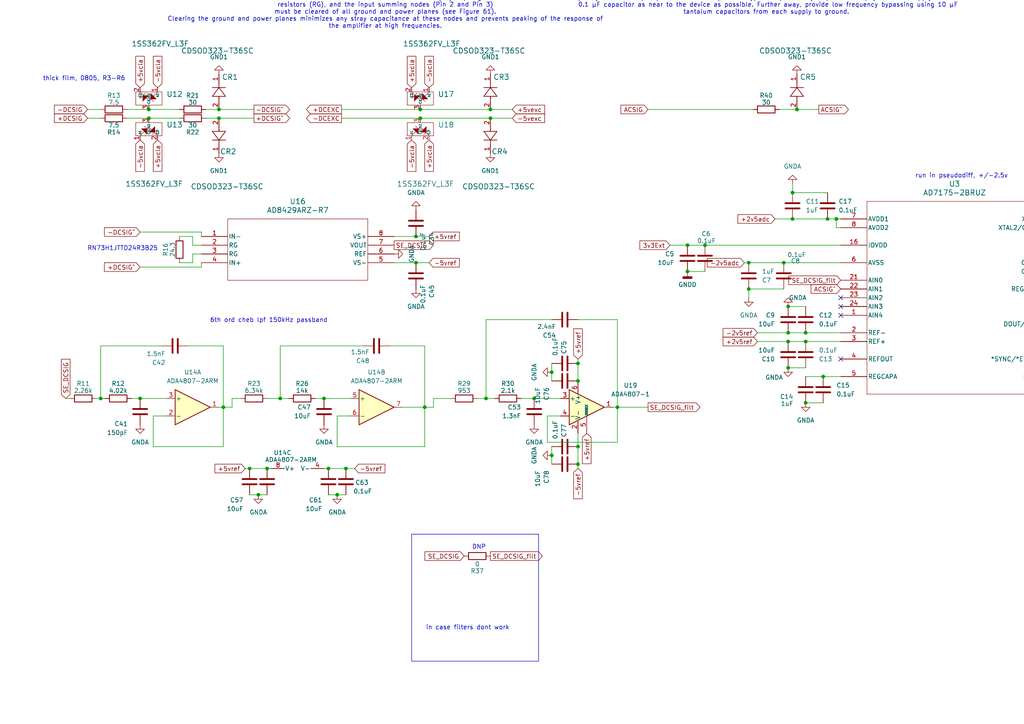
<source format=kicad_sch>
(kicad_sch (version 20231120) (generator "eeschema") (generator_version "8.0")
  (paper "A4")
  (lib_symbols
    (symbol "1SS362FV_L3F_1" (pin_names (offset 0.254))
      (property "Reference" "U" (at 5.08 22.86 0))
      (property "Value" "1SS362FV_L3F" (at 5.08 20.32 0))
      (symbol "1SS362FV_L3F_1_0_1"
        (polyline (pts (xy -3.81 -1.27) (xy 3.81 -1.27)) (stroke (width 0.127)))
        (polyline (pts (xy -3.81 2.54) (xy -3.81 -1.27)) (stroke (width 0.127)))
        (polyline (pts (xy -2.54 -1.27) (xy 0 1.27)) (stroke (width 0.127)))
        (polyline (pts (xy -2.1203 0.75) (xy -0.5963 -0.774)) (stroke (width 0.127)))
        (polyline (pts (xy -1.3583 1.512) (xy 0.1657 -0.012)) (stroke (width 0.127)))
        (polyline (pts (xy -0.5963 0.75) (xy -2.1203 0.75)) (stroke (width 0.127)))
        (polyline (pts (xy -0.5963 0.75) (xy -0.5963 -0.774)) (stroke (width 0.127)))
        (polyline (pts (xy 0 1.27) (xy 2.54 -1.27)) (stroke (width 0.127)))
        (polyline (pts (xy 0.1858 -0.1895) (xy 1.7098 1.3345)) (stroke (width 0.127)))
        (polyline (pts (xy 0.9478 -0.9515) (xy 2.4718 0.5725)) (stroke (width 0.127)))
        (polyline (pts (xy 1.7098 -0.1895) (xy 0.1858 -0.1895)) (stroke (width 0.127)))
        (polyline (pts (xy 1.7098 -0.1895) (xy 1.7098 1.3345)) (stroke (width 0.127)))
        (polyline (pts (xy 3.81 -1.27) (xy 3.81 2.54)) (stroke (width 0.127)))
        (polyline (pts (xy 3.81 2.54) (xy -3.81 2.54)) (stroke (width 0.127)))
        (polyline (pts (xy -2.1203 0.75) (xy -0.5963 0.75) (xy -0.5963 -0.774)) (fill (type outline)))
        (polyline (pts (xy 1.7098 1.3345) (xy 1.7098 -0.1895) (xy 0.1858 -0.1895)) (fill (type outline)))
      )
      (symbol "1SS362FV_L3F_1_1_1"
        (pin unspecified line (at -2.54 -2.54 90) (length 1.27) (name "A1") (number "1"))
        (pin unspecified line (at 2.54 -2.54 90) (length 1.27) (name "C2") (number "2"))
        (pin unspecified line (at 0 3.81 270) (length 1.27) (name "C1/A2") (number "3"))
      )
    )
    (symbol "Amplifier_Operational:ADA4807-1" (pin_names (offset 0.127))
      (property "Reference" "U" (at 1.27 3.81 0))
      (property "Value" "ADA4807-1" (at 1.27 -3.81 0))
      (symbol "ADA4807-1_0_1"
        (polyline (pts (xy -5.08 5.08) (xy 5.08 0) (xy -5.08 -5.08) (xy -5.08 5.08)) (stroke (width 0.254)) (fill (type background)))
      )
      (symbol "ADA4807-1_1_1"
        (pin output line (at 7.62 0 180) (length 2.54) (name "~") (number "1"))
        (pin power_in line (at -2.54 -7.62 90) (length 3.81) (name "V-") (number "2"))
        (pin input line (at -7.62 2.54 0) (length 2.54) (name "+") (number "3"))
        (pin input line (at -7.62 -2.54 0) (length 2.54) (name "-") (number "4"))
        (pin input line (at 0 -7.62 90) (length 5.08) (name "~{DISABLE}") (number "5"))
        (pin power_in line (at -2.54 7.62 270) (length 3.81) (name "V+") (number "6"))
      )
    )
    (symbol "Amplifier_Operational:ADA4807-2ARM" (pin_names (offset 0.127))
      (property "Reference" "U" (at 0 5.08 0))
      (property "Value" "ADA4807-2ARM" (at 0 -5.08 0))
      (symbol "ADA4807-2ARM_1_1"
        (polyline (pts (xy -5.08 5.08) (xy 5.08 0) (xy -5.08 -5.08) (xy -5.08 5.08)) (stroke (width 0.254)) (fill (type background)))
        (pin output line (at 7.62 0 180) (length 2.54) (name "~") (number "1"))
        (pin input line (at -7.62 -2.54 0) (length 2.54) (name "-") (number "2"))
        (pin input line (at -7.62 2.54 0) (length 2.54) (name "+") (number "3"))
      )
      (symbol "ADA4807-2ARM_2_1"
        (polyline (pts (xy -5.08 5.08) (xy 5.08 0) (xy -5.08 -5.08) (xy -5.08 5.08)) (stroke (width 0.254)) (fill (type background)))
        (pin input line (at -7.62 2.54 0) (length 2.54) (name "+") (number "5"))
        (pin input line (at -7.62 -2.54 0) (length 2.54) (name "-") (number "6"))
        (pin output line (at 7.62 0 180) (length 2.54) (name "~") (number "7"))
      )
      (symbol "ADA4807-2ARM_3_1"
        (pin power_in line (at -2.54 -7.62 90) (length 3.81) (name "V-") (number "4"))
        (pin power_in line (at -2.54 7.62 270) (length 3.81) (name "V+") (number "8"))
      )
    )
    (symbol "Device:C" (pin_numbers hide) (pin_names (offset 0.254))
      (property "Reference" "C" (at 0.635 2.54 0))
      (property "Value" "C" (at 0.635 -2.54 0))
      (symbol "C_0_1"
        (polyline (pts (xy -2.032 -0.762) (xy 2.032 -0.762)) (stroke (width 0.508)))
        (polyline (pts (xy -2.032 0.762) (xy 2.032 0.762)) (stroke (width 0.508)))
      )
      (symbol "C_1_1"
        (pin passive line (at 0 3.81 270) (length 2.794) (name "~") (number "1"))
        (pin passive line (at 0 -3.81 90) (length 2.794) (name "~") (number "2"))
      )
    )
    (symbol "Device:R" (pin_numbers hide) (pin_names (offset 0))
      (property "Reference" "R" (at 2.032 0 90))
      (property "Value" "R" (at 0 0 90))
      (symbol "R_0_1"
        (rectangle (start -1.016 -2.54) (end 1.016 2.54) (stroke (width 0.254)))
      )
      (symbol "R_1_1"
        (pin passive line (at 0 3.81 270) (length 1.27) (name "~") (number "1"))
        (pin passive line (at 0 -3.81 90) (length 1.27) (name "~") (number "2"))
      )
    )
    (symbol "dyno_inst_sym:1SS362FV_L3F" (pin_names (offset 0.254))
      (property "Reference" "U" (at 5.08 22.86 0))
      (property "Value" "1SS362FV_L3F" (at 5.08 20.32 0))
      (symbol "1SS362FV_L3F_0_1"
        (polyline (pts (xy -3.81 -1.27) (xy 3.81 -1.27)) (stroke (width 0.127)))
        (polyline (pts (xy -3.81 2.54) (xy -3.81 -1.27)) (stroke (width 0.127)))
        (polyline (pts (xy -2.54 -1.27) (xy 0 1.27)) (stroke (width 0.127)))
        (polyline (pts (xy -2.1203 0.75) (xy -0.5963 -0.774)) (stroke (width 0.127)))
        (polyline (pts (xy -1.3583 1.512) (xy 0.1657 -0.012)) (stroke (width 0.127)))
        (polyline (pts (xy -0.5963 0.75) (xy -2.1203 0.75)) (stroke (width 0.127)))
        (polyline (pts (xy -0.5963 0.75) (xy -0.5963 -0.774)) (stroke (width 0.127)))
        (polyline (pts (xy 0 1.27) (xy 2.54 -1.27)) (stroke (width 0.127)))
        (polyline (pts (xy 0.1858 -0.1895) (xy 1.7098 1.3345)) (stroke (width 0.127)))
        (polyline (pts (xy 0.9478 -0.9515) (xy 2.4718 0.5725)) (stroke (width 0.127)))
        (polyline (pts (xy 1.7098 -0.1895) (xy 0.1858 -0.1895)) (stroke (width 0.127)))
        (polyline (pts (xy 1.7098 -0.1895) (xy 1.7098 1.3345)) (stroke (width 0.127)))
        (polyline (pts (xy 3.81 -1.27) (xy 3.81 2.54)) (stroke (width 0.127)))
        (polyline (pts (xy 3.81 2.54) (xy -3.81 2.54)) (stroke (width 0.127)))
        (polyline (pts (xy -2.1203 0.75) (xy -0.5963 0.75) (xy -0.5963 -0.774)) (fill (type outline)))
        (polyline (pts (xy 1.7098 1.3345) (xy 1.7098 -0.1895) (xy 0.1858 -0.1895)) (fill (type outline)))
      )
      (symbol "1SS362FV_L3F_1_1"
        (pin unspecified line (at -2.54 -2.54 90) (length 1.27) (name "A1") (number "1"))
        (pin unspecified line (at 2.54 -2.54 90) (length 1.27) (name "C2") (number "2"))
        (pin unspecified line (at 0 3.81 270) (length 1.27) (name "C1/A2") (number "3"))
      )
    )
    (symbol "dyno_inst_sym:AD7175-2BRUZ" (pin_names (offset 0.254))
      (property "Reference" "U" (at 33.02 10.16 0))
      (property "Value" "AD7175-2BRUZ" (at 33.02 7.62 0))
      (symbol "AD7175-2BRUZ_0_1"
        (polyline (pts (xy 7.62 -50.8) (xy 58.42 -50.8)) (stroke (width 0.127)))
        (polyline (pts (xy 7.62 5.08) (xy 7.62 -50.8)) (stroke (width 0.127)))
        (polyline (pts (xy 58.42 -50.8) (xy 58.42 5.08)) (stroke (width 0.127)))
        (polyline (pts (xy 58.42 5.08) (xy 7.62 5.08)) (stroke (width 0.127)))
        (pin unspecified line (at 0 -27.94 0) (length 7.62) (name "AIN4") (number "1"))
        (pin unspecified line (at 66.04 -2.54 180) (length 7.62) (name "XTAL2/CLKIO") (number "10"))
        (pin unspecified line (at 66.04 -30.48 180) (length 7.62) (name "DOUT/*RDY") (number "11"))
        (pin unspecified line (at 66.04 -25.4 180) (length 7.62) (name "DIN") (number "12"))
        (pin unspecified line (at 66.04 -7.62 180) (length 7.62) (name "SCLK") (number "13"))
        (pin unspecified line (at 66.04 -35.56 180) (length 7.62) (name "*CS") (number "14"))
        (pin unspecified line (at 66.04 -40.64 180) (length 7.62) (name "*SYNC/*ERROR") (number "15"))
        (pin unspecified line (at 0 -7.62 0) (length 7.62) (name "IOVDD") (number "16"))
        (pin unspecified line (at 66.04 -45.72 180) (length 7.62) (name "DGND") (number "17"))
        (pin unspecified line (at 66.04 -20.32 180) (length 7.62) (name "REGCAPD") (number "18"))
        (pin unspecified line (at 66.04 -12.7 180) (length 7.62) (name "GPIO0") (number "19"))
        (pin unspecified line (at 0 -33.02 0) (length 7.62) (name "REF-") (number "2"))
        (pin unspecified line (at 66.04 -15.24 180) (length 7.62) (name "GPIO1") (number "20"))
        (pin unspecified line (at 0 -17.78 0) (length 7.62) (name "AIN0") (number "21"))
        (pin unspecified line (at 0 -20.32 0) (length 7.62) (name "AIN1") (number "22"))
        (pin unspecified line (at 0 -22.86 0) (length 7.62) (name "AIN2") (number "23"))
        (pin unspecified line (at 0 -25.4 0) (length 7.62) (name "AIN3") (number "24"))
        (pin unspecified line (at 0 -35.56 0) (length 7.62) (name "REF+") (number "3"))
        (pin unspecified line (at 0 -40.64 0) (length 7.62) (name "REFOUT") (number "4"))
        (pin unspecified line (at 0 -45.72 0) (length 7.62) (name "REGCAPA") (number "5"))
        (pin unspecified line (at 0 -12.7 0) (length 7.62) (name "AVSS") (number "6"))
        (pin unspecified line (at 0 0 0) (length 7.62) (name "AVDD1") (number "7"))
        (pin unspecified line (at 0 -2.54 0) (length 7.62) (name "AVDD2") (number "8"))
        (pin unspecified line (at 66.04 0 180) (length 7.62) (name "XTAL1") (number "9"))
      )
    )
    (symbol "dyno_inst_sym:AD8429ARZ-R7" (pin_names (offset 0.254))
      (property "Reference" "U" (at 27.94 10.16 0))
      (property "Value" "AD8429ARZ-R7" (at 27.94 7.62 0))
      (symbol "AD8429ARZ-R7_0_1"
        (polyline (pts (xy 7.62 -12.7) (xy 48.26 -12.7)) (stroke (width 0.127)))
        (polyline (pts (xy 7.62 5.08) (xy 7.62 -12.7)) (stroke (width 0.127)))
        (polyline (pts (xy 48.26 -12.7) (xy 48.26 5.08)) (stroke (width 0.127)))
        (polyline (pts (xy 48.26 5.08) (xy 7.62 5.08)) (stroke (width 0.127)))
        (pin input line (at 0 0 0) (length 7.62) (name "IN-") (number "1"))
        (pin unspecified line (at 0 -2.54 0) (length 7.62) (name "RG") (number "2"))
        (pin unspecified line (at 0 -5.08 0) (length 7.62) (name "RG") (number "3"))
        (pin input line (at 0 -7.62 0) (length 7.62) (name "IN+") (number "4"))
        (pin power_in line (at 55.88 -7.62 180) (length 7.62) (name "VS-") (number "5"))
        (pin output line (at 55.88 -5.08 180) (length 7.62) (name "REF") (number "6"))
        (pin output line (at 55.88 -2.54 180) (length 7.62) (name "VOUT") (number "7"))
        (pin power_in line (at 55.88 0 180) (length 7.62) (name "VS+") (number "8"))
      )
    )
    (symbol "dyno_inst_sym:CDSOD323-T36SC" (pin_names (offset 0.254))
      (property "Reference" "CR" (at 5.08 4.445 0))
      (property "Value" "CDSOD323-T36SC" (at 5.08 -3.81 0))
      (symbol "CDSOD323-T36SC_1_1"
        (polyline (pts (xy 2.54 0) (xy 3.4798 0)) (stroke (width 0.2032)))
        (polyline (pts (xy 3.175 0) (xy 3.81 0)) (stroke (width 0.2032)))
        (polyline (pts (xy 3.81 -1.905) (xy 6.35 0)) (stroke (width 0.2032)))
        (polyline (pts (xy 3.81 1.905) (xy 3.81 -1.905)) (stroke (width 0.2032)))
        (polyline (pts (xy 6.35 -1.905) (xy 6.35 1.905)) (stroke (width 0.2032)))
        (polyline (pts (xy 6.35 0) (xy 3.81 1.905)) (stroke (width 0.2032)))
        (polyline (pts (xy 6.35 0) (xy 7.62 0)) (stroke (width 0.2032)))
        (pin unspecified line (at 10.16 0 180) (length 2.54) (name "") (number "1"))
        (pin unspecified line (at 0 0 0) (length 2.54) (name "") (number "2"))
      )
      (symbol "CDSOD323-T36SC_1_2"
        (polyline (pts (xy -1.905 3.81) (xy 1.905 3.81)) (stroke (width 0.2032)))
        (polyline (pts (xy 0 2.54) (xy 0 3.4798)) (stroke (width 0.2032)))
        (polyline (pts (xy 0 3.175) (xy 0 3.81)) (stroke (width 0.2032)))
        (polyline (pts (xy 0 6.35) (xy -1.905 3.81)) (stroke (width 0.2032)))
        (polyline (pts (xy 0 6.35) (xy 0 7.62)) (stroke (width 0.2032)))
        (polyline (pts (xy 1.905 3.81) (xy 0 6.35)) (stroke (width 0.2032)))
        (polyline (pts (xy 1.905 6.35) (xy -1.905 6.35)) (stroke (width 0.2032)))
        (pin unspecified line (at 0 10.16 270) (length 2.54) (name "") (number "1"))
        (pin unspecified line (at 0 0 90) (length 2.54) (name "") (number "2"))
      )
    )
    (symbol "power:GND1" (power) (pin_numbers hide) (pin_names (offset 0) hide)
      (property "Value" "GND1" (at 0 -3.81 0))
      (symbol "GND1_0_1"
        (polyline (pts (xy 0 0) (xy 0 -1.27) (xy 1.27 -1.27) (xy 0 -2.54) (xy -1.27 -1.27) (xy 0 -1.27)))
      )
      (symbol "GND1_1_1"
        (pin power_in line (at 0 0 270) (length 0) (name "~") (number "1"))
      )
    )
    (symbol "power:GNDA" (power) (pin_names (offset 0))
      (property "Value" "GNDA" (at 0 -3.81 0))
      (symbol "GNDA_0_1"
        (polyline (pts (xy 0 0) (xy 0 -1.27) (xy 1.27 -1.27) (xy 0 -2.54) (xy -1.27 -1.27) (xy 0 -1.27)))
      )
      (symbol "GNDA_1_1"
        (pin power_in line (at 0 0 270) (length 0) hide (name "GNDA") (number "1"))
      )
    )
    (symbol "power:GNDD" (power) (pin_names (offset 0))
      (property "Value" "GNDD" (at 0 -3.175 0))
      (symbol "GNDD_0_1"
        (rectangle (start -1.27 -1.524) (end 1.27 -2.032) (stroke (width 0.254)) (fill (type outline)))
        (polyline (pts (xy 0 0) (xy 0 -1.524)))
      )
      (symbol "GNDD_1_1"
        (pin power_in line (at 0 0 270) (length 0) hide (name "GNDD") (number "1"))
      )
    )
  )
  (junction (at 238.76 109.22))
  (junction (at 228.6 88.9))
  (junction (at 74.93 143.51))
  (junction (at 72.39 135.89))
  (junction (at 97.79 143.51))
  (junction (at 233.68 99.06))
  (junction (at 77.47 135.89))
  (junction (at 227.33 76.2))
  (junction (at 167.64 105.41))
  (junction (at 229.87 55.88))
  (junction (at 95.25 135.89))
  (junction (at 142.24 34.29))
  (junction (at 199.39 78.74))
  (junction (at 228.6 106.68))
  (junction (at 314.96 83.82))
  (junction (at 121.92 34.29))
  (junction (at 204.47 71.12))
  (junction (at 233.68 96.52))
  (junction (at 228.6 96.52))
  (junction (at 229.87 63.5))
  (junction (at 217.17 76.2))
  (junction (at 81.28 115.57))
  (junction (at 29.21 115.57))
  (junction (at 233.68 116.84))
  (junction (at 63.5 31.75))
  (junction (at 231.14 31.75))
  (junction (at 179.07 118.11))
  (junction (at 123.19 118.11))
  (junction (at 154.94 115.57))
  (junction (at 93.98 115.57))
  (junction (at 167.64 129.54))
  (junction (at 43.18 34.29))
  (junction (at 142.24 31.75))
  (junction (at 121.92 31.75))
  (junction (at 43.18 31.75))
  (junction (at 120.65 76.2))
  (junction (at 167.64 110.49))
  (junction (at 140.97 115.57))
  (junction (at 167.64 134.62))
  (junction (at 64.77 118.11))
  (junction (at 242.57 63.5))
  (junction (at 240.03 63.5))
  (junction (at 100.33 135.89))
  (junction (at 217.17 83.82))
  (junction (at 160.02 107.95))
  (junction (at 320.04 76.2))
  (junction (at 120.65 68.58))
  (junction (at 160.02 132.08))
  (junction (at 228.6 99.06))
  (junction (at 40.64 115.57))
  (junction (at 199.39 71.12))
  (junction (at 63.5 34.29))
  (no_connect (at 309.88 63.5))
  (no_connect (at 243.84 91.44))
  (no_connect (at 243.84 86.36))
  (no_connect (at 243.84 88.9))
  (no_connect (at 309.88 76.2))
  (no_connect (at 309.88 78.74))
  (no_connect (at 309.88 66.04))
  (no_connect (at 243.84 104.14))
  (wire (pts (xy 199.39 71.12) (xy 204.47 71.12)))
  (wire (pts (xy 99.06 31.75) (xy 121.92 31.75)))
  (wire (pts (xy 219.71 99.06) (xy 228.6 99.06)))
  (wire (pts (xy 120.65 68.58) (xy 124.46 68.58)))
  (wire (pts (xy 114.3 68.58) (xy 120.65 68.58)))
  (wire (pts (xy 74.93 143.51) (xy 72.39 143.51)))
  (wire (pts (xy 101.6 120.65) (xy 97.79 120.65)))
  (wire (pts (xy 121.92 31.75) (xy 142.24 31.75)))
  (wire (pts (xy 179.07 118.11) (xy 187.96 118.11)))
  (wire (pts (xy 97.79 129.54) (xy 123.19 129.54)))
  (wire (pts (xy 179.07 118.11) (xy 179.07 92.71)))
  (wire (pts (xy 81.28 115.57) (xy 83.82 115.57)))
  (wire (pts (xy 59.69 34.29) (xy 63.5 34.29)))
  (wire (pts (xy 123.19 100.33) (xy 123.19 118.11)))
  (wire (pts (xy 177.8 118.11) (xy 179.07 118.11)))
  (wire (pts (xy 199.39 78.74) (xy 204.47 78.74)))
  (wire (pts (xy 95.25 135.89) (xy 100.33 135.89)))
  (wire (pts (xy 158.75 120.65) (xy 158.75 128.27)))
  (wire (pts (xy 97.79 143.51) (xy 95.25 143.51)))
  (wire (pts (xy 224.79 63.5) (xy 229.87 63.5)))
  (wire (pts (xy 227.33 76.2) (xy 243.84 76.2)))
  (wire (pts (xy 40.64 77.47) (xy 58.42 77.47)))
  (wire (pts (xy 25.4 34.29) (xy 29.21 34.29)))
  (wire (pts (xy 48.26 120.65) (xy 44.45 120.65)))
  (wire (pts (xy 242.57 63.5) (xy 243.84 63.5)))
  (wire (pts (xy 64.77 118.11) (xy 67.31 118.11)))
  (wire (pts (xy 55.88 68.58) (xy 52.07 68.58)))
  (wire (pts (xy 20.32 115.57) (xy 19.05 115.57)))
  (wire (pts (xy 99.06 34.29) (xy 121.92 34.29)))
  (wire (pts (xy 63.5 31.75) (xy 73.66 31.75)))
  (wire (pts (xy 228.6 99.06) (xy 233.68 99.06)))
  (wire (pts (xy 36.83 31.75) (xy 43.18 31.75)))
  (wire (pts (xy 77.47 135.89) (xy 78.74 135.89)))
  (wire (pts (xy 40.64 115.57) (xy 48.26 115.57)))
  (wire (pts (xy 93.98 115.57) (xy 101.6 115.57)))
  (wire (pts (xy 44.45 129.54) (xy 64.77 129.54)))
  (wire (pts (xy 29.21 115.57) (xy 30.48 115.57)))
  (wire (pts (xy 36.83 34.29) (xy 43.18 34.29)))
  (wire (pts (xy 179.07 128.27) (xy 179.07 118.11)))
  (wire (pts (xy 125.73 115.57) (xy 130.81 115.57)))
  (wire (pts (xy 160.02 107.95) (xy 160.02 110.49)))
  (wire (pts (xy 91.44 115.57) (xy 93.98 115.57)))
  (wire (pts (xy 64.77 129.54) (xy 64.77 118.11)))
  (wire (pts (xy 97.79 120.65) (xy 97.79 129.54)))
  (wire (pts (xy 81.28 100.33) (xy 81.28 115.57)))
  (wire (pts (xy 167.64 105.41) (xy 167.64 110.49)))
  (wire (pts (xy 228.6 96.52) (xy 233.68 96.52)))
  (wire (pts (xy 123.19 129.54) (xy 123.19 118.11)))
  (wire (pts (xy 242.57 66.04) (xy 242.57 63.5)))
  (wire (pts (xy 25.4 31.75) (xy 29.21 31.75)))
  (wire (pts (xy 233.68 99.06) (xy 243.84 99.06)))
  (wire (pts (xy 158.75 128.27) (xy 179.07 128.27)))
  (wire (pts (xy 58.42 67.31) (xy 58.42 68.58)))
  (wire (pts (xy 215.9 76.2) (xy 217.17 76.2)))
  (wire (pts (xy 217.17 86.36) (xy 217.17 83.82)))
  (wire (pts (xy 64.77 118.11) (xy 64.77 100.33)))
  (wire (pts (xy 167.64 129.54) (xy 167.64 125.73)))
  (wire (pts (xy 233.68 96.52) (xy 243.84 96.52)))
  (wire (pts (xy 240.03 63.5) (xy 242.57 63.5)))
  (wire (pts (xy 167.64 134.62) (xy 167.64 129.54)))
  (wire (pts (xy 64.77 100.33) (xy 54.61 100.33)))
  (wire (pts (xy 204.47 71.12) (xy 243.84 71.12)))
  (wire (pts (xy 309.88 83.82) (xy 314.96 83.82)))
  (wire (pts (xy 52.07 76.2) (xy 55.88 76.2)))
  (wire (pts (xy 121.92 34.29) (xy 142.24 34.29)))
  (wire (pts (xy 120.65 76.2) (xy 124.46 76.2)))
  (wire (pts (xy 27.94 115.57) (xy 29.21 115.57)))
  (wire (pts (xy 238.76 109.22) (xy 243.84 109.22)))
  (wire (pts (xy 314.96 76.2) (xy 320.04 76.2)))
  (wire (pts (xy 229.87 63.5) (xy 240.03 63.5)))
  (wire (pts (xy 123.19 118.11) (xy 125.73 118.11)))
  (wire (pts (xy 55.88 73.66) (xy 58.42 73.66)))
  (wire (pts (xy 151.13 115.57) (xy 154.94 115.57)))
  (wire (pts (xy 160.02 132.08) (xy 160.02 134.62)))
  (wire (pts (xy 77.47 115.57) (xy 81.28 115.57)))
  (wire (pts (xy 194.31 71.12) (xy 199.39 71.12)))
  (wire (pts (xy 167.64 104.14) (xy 167.64 105.41)))
  (wire (pts (xy 63.5 34.29) (xy 73.66 34.29)))
  (wire (pts (xy 167.64 135.89) (xy 167.64 134.62)))
  (wire (pts (xy 81.28 100.33) (xy 105.41 100.33)))
  (wire (pts (xy 219.71 96.52) (xy 228.6 96.52)))
  (wire (pts (xy 138.43 115.57) (xy 140.97 115.57)))
  (wire (pts (xy 114.3 76.2) (xy 120.65 76.2)))
  (wire (pts (xy 233.68 116.84) (xy 238.76 116.84)))
  (wire (pts (xy 217.17 76.2) (xy 227.33 76.2)))
  (wire (pts (xy 29.21 100.33) (xy 29.21 115.57)))
  (wire (pts (xy 140.97 115.57) (xy 143.51 115.57)))
  (wire (pts (xy 72.39 135.89) (xy 77.47 135.89)))
  (wire (pts (xy 55.88 76.2) (xy 55.88 73.66)))
  (wire (pts (xy 140.97 92.71) (xy 140.97 115.57)))
  (wire (pts (xy 43.18 34.29) (xy 52.07 34.29)))
  (wire (pts (xy 58.42 77.47) (xy 58.42 76.2)))
  (wire (pts (xy 59.69 31.75) (xy 63.5 31.75)))
  (wire (pts (xy 38.1 115.57) (xy 40.64 115.57)))
  (wire (pts (xy 55.88 71.12) (xy 55.88 68.58)))
  (wire (pts (xy 243.84 66.04) (xy 242.57 66.04)))
  (wire (pts (xy 97.79 143.51) (xy 100.33 143.51)))
  (wire (pts (xy 229.87 55.88) (xy 240.03 55.88)))
  (wire (pts (xy 74.93 143.51) (xy 77.47 143.51)))
  (wire (pts (xy 226.06 31.75) (xy 231.14 31.75)))
  (wire (pts (xy 217.17 83.82) (xy 227.33 83.82)))
  (wire (pts (xy 231.14 31.75) (xy 237.49 31.75)))
  (wire (pts (xy 142.24 31.75) (xy 148.59 31.75)))
  (wire (pts (xy 116.84 118.11) (xy 123.19 118.11)))
  (wire (pts (xy 100.33 135.89) (xy 102.87 135.89)))
  (wire (pts (xy 187.96 31.75) (xy 218.44 31.75)))
  (wire (pts (xy 43.18 31.75) (xy 52.07 31.75)))
  (wire (pts (xy 233.68 109.22) (xy 238.76 109.22)))
  (wire (pts (xy 162.56 120.65) (xy 158.75 120.65)))
  (wire (pts (xy 154.94 115.57) (xy 162.56 115.57)))
  (wire (pts (xy 63.5 118.11) (xy 64.77 118.11)))
  (wire (pts (xy 123.19 100.33) (xy 113.03 100.33)))
  (wire (pts (xy 44.45 120.65) (xy 44.45 129.54)))
  (wire (pts (xy 40.64 67.31) (xy 58.42 67.31)))
  (wire (pts (xy 228.6 106.68) (xy 233.68 106.68)))
  (wire (pts (xy 179.07 92.71) (xy 167.64 92.71)))
  (wire (pts (xy 67.31 118.11) (xy 67.31 115.57)))
  (wire (pts (xy 229.87 53.34) (xy 229.87 55.88)))
  (wire (pts (xy 29.21 100.33) (xy 46.99 100.33)))
  (wire (pts (xy 140.97 92.71) (xy 160.02 92.71)))
  (wire (pts (xy 95.25 135.89) (xy 93.98 135.89)))
  (wire (pts (xy 67.31 115.57) (xy 69.85 115.57)))
  (wire (pts (xy 160.02 107.95) (xy 160.02 105.41)))
  (wire (pts (xy 142.24 34.29) (xy 148.59 34.29)))
  (wire (pts (xy 125.73 118.11) (xy 125.73 115.57)))
  (wire (pts (xy 71.12 135.89) (xy 72.39 135.89)))
  (wire (pts (xy 314.96 83.82) (xy 320.04 83.82)))
  (wire (pts (xy 160.02 132.08) (xy 160.02 129.54)))
  (wire (pts (xy 58.42 71.12) (xy 55.88 71.12)))
  (wire (pts (xy 228.6 88.9) (xy 233.68 88.9)))
  (rectangle (start 119.38 154.94) (end 156.21 191.77))
  (text "in case filters dont work" (at 135.636 182.118 0) (effects (font (size 1.27 1.27))))
  (text "RN73H1JTTD24R3B25" (at 35.56 72.136 0) (effects (font (size 1.27 1.27))))
  (text "run in pseudodiff, +/-2.5v" (at 278.892 51.054 0) (effects (font (size 1.27 1.27))))
  (text "DNP" (at 138.938 158.75 0) (effects (font (size 1.27 1.27))))
  (text "6th ord cheb lpf 150kHz passband" (at 77.978 92.964 0) (effects (font (size 1.27 1.27))))
  (text "However, the area near the feedback resistors (RF), input gain\nresistors (RG), and the input summing nodes (Pin 2 and Pin 3)\nmust be cleared of all ground and power planes (see Figure 61).\nClearing the ground and power planes minimizes any stray capacitance at these nodes and prevents peaking of the response of\nthe amplifier at high frequencies." (at 111.76 3.556 0) (effects (font (size 1.27 1.27))))
  (text "Bypass the power supply pins as near to the device as possible and directly to a nearby ground plane. Use high\nfrequency ceramic chip capacitors. Use two parallel bypass capacitors (0.1 µF and 10 µF) for each supply. Place the\n0.1 µF capacitor as near to the device as possible. Further away, provide low frequency bypassing using 10 µF\ntantalum capacitors from each supply to ground. " (at 222.758 0.508 0) (effects (font (size 1.27 1.27))))
  (text "thick film, 0805, R3-R6" (at 24.384 22.86 0) (effects (font (size 1.27 1.27))))
  (global_label "-5vexc" (shape input) (at 148.59 34.29 0) (property "Intersheetrefs" "${INTERSHEET_REFS}" (effects (hide yes))))
  (global_label "-5vcla" (shape input) (at 124.46 25.4 90) (property "Intersheetrefs" "${INTERSHEET_REFS}" (effects (hide yes))))
  (global_label "+5vcla" (shape input) (at 124.46 40.64 270) (property "Intersheetrefs" "${INTERSHEET_REFS}" (effects (hide yes))))
  (global_label "SE_DCSIG" (shape input) (at 19.05 115.57 90) (property "Intersheetrefs" "${INTERSHEET_REFS}" (effects (hide yes))))
  (global_label "SE_DCSIG" (shape output) (at 114.3 71.12 0) (property "Intersheetrefs" "${INTERSHEET_REFS}" (effects (hide yes))))
  (global_label "+DCSIG^" (shape output) (at 73.66 34.29 0) (property "Intersheetrefs" "${INTERSHEET_REFS}" (effects (hide yes))))
  (global_label "-5vref" (shape input) (at 124.46 76.2 0) (property "Intersheetrefs" "${INTERSHEET_REFS}" (effects (hide yes))))
  (global_label "ACSIG^" (shape input) (at 243.84 83.82 180) (property "Intersheetrefs" "${INTERSHEET_REFS}" (effects (hide yes))))
  (global_label "+5vexc" (shape input) (at 148.59 31.75 0) (property "Intersheetrefs" "${INTERSHEET_REFS}" (effects (hide yes))))
  (global_label "ACSIG^" (shape output) (at 237.49 31.75 0) (property "Intersheetrefs" "${INTERSHEET_REFS}" (effects (hide yes))))
  (global_label "-5vref" (shape input) (at 167.64 135.89 270) (property "Intersheetrefs" "${INTERSHEET_REFS}" (effects (hide yes))))
  (global_label "-5vcla" (shape input) (at 45.72 25.4 90) (property "Intersheetrefs" "${INTERSHEET_REFS}" (effects (hide yes))))
  (global_label "+5vref" (shape input) (at 124.46 68.58 0) (property "Intersheetrefs" "${INTERSHEET_REFS}" (effects (hide yes))))
  (global_label "+DCEXC" (shape output) (at 99.06 31.75 180) (property "Intersheetrefs" "${INTERSHEET_REFS}" (effects (hide yes))))
  (global_label "-2v5adc" (shape input) (at 215.9 76.2 180) (property "Intersheetrefs" "${INTERSHEET_REFS}" (effects (hide yes))))
  (global_label "3v3Ext" (shape input) (at 194.31 71.12 180) (property "Intersheetrefs" "${INTERSHEET_REFS}" (effects (hide yes))))
  (global_label "SE_DCSIG" (shape input) (at 134.62 161.29 180) (property "Intersheetrefs" "${INTERSHEET_REFS}" (effects (hide yes))))
  (global_label "+2v5ref" (shape input) (at 219.71 99.06 180) (property "Intersheetrefs" "${INTERSHEET_REFS}" (effects (hide yes))))
  (global_label "-DCSIG^" (shape output) (at 73.66 31.75 0) (property "Intersheetrefs" "${INTERSHEET_REFS}" (effects (hide yes))))
  (global_label "-DCSIG" (shape input) (at 25.4 31.75 180) (property "Intersheetrefs" "${INTERSHEET_REFS}" (effects (hide yes))))
  (global_label "+DCSIG^" (shape input) (at 40.64 77.47 180) (property "Intersheetrefs" "${INTERSHEET_REFS}" (effects (hide yes))))
  (global_label "+5vcla" (shape input) (at 40.64 25.4 90) (property "Intersheetrefs" "${INTERSHEET_REFS}" (effects (hide yes))))
  (global_label "-DCSIG^" (shape input) (at 40.64 67.31 180) (property "Intersheetrefs" "${INTERSHEET_REFS}" (effects (hide yes))))
  (global_label "SE_DCSIG_filt" (shape input) (at 243.84 81.28 180) (property "Intersheetrefs" "${INTERSHEET_REFS}" (effects (hide yes))))
  (global_label "+5vcla" (shape input) (at 45.72 40.64 270) (property "Intersheetrefs" "${INTERSHEET_REFS}" (effects (hide yes))))
  (global_label "+5vref" (shape input) (at 71.12 135.89 180) (property "Intersheetrefs" "${INTERSHEET_REFS}" (effects (hide yes))))
  (global_label "-5vcla" (shape input) (at 119.38 40.64 270) (property "Intersheetrefs" "${INTERSHEET_REFS}" (effects (hide yes))))
  (global_label "SE_DCSIG_filt" (shape output) (at 187.96 118.11 0) (property "Intersheetrefs" "${INTERSHEET_REFS}" (effects (hide yes))))
  (global_label "+5vcla" (shape input) (at 119.38 25.4 90) (property "Intersheetrefs" "${INTERSHEET_REFS}" (effects (hide yes))))
  (global_label "BMISO" (shape output) (at 309.88 93.98 0) (property "Intersheetrefs" "${INTERSHEET_REFS}" (effects (hide yes))))
  (global_label "+2v5adc" (shape input) (at 224.79 63.5 180) (property "Intersheetrefs" "${INTERSHEET_REFS}" (effects (hide yes))))
  (global_label "BSCLK" (shape input) (at 309.88 71.12 0) (property "Intersheetrefs" "${INTERSHEET_REFS}" (effects (hide yes))))
  (global_label "ACSIG" (shape input) (at 187.96 31.75 180) (property "Intersheetrefs" "${INTERSHEET_REFS}" (effects (hide yes))))
  (global_label "-2v5ref" (shape input) (at 219.71 96.52 180) (property "Intersheetrefs" "${INTERSHEET_REFS}" (effects (hide yes))))
  (global_label "-DCEXC" (shape output) (at 99.06 34.29 180) (property "Intersheetrefs" "${INTERSHEET_REFS}" (effects (hide yes))))
  (global_label "-5vref" (shape input) (at 102.87 135.89 0) (property "Intersheetrefs" "${INTERSHEET_REFS}" (effects (hide yes))))
  (global_label "+5vref" (shape input) (at 167.64 104.14 90) (property "Intersheetrefs" "${INTERSHEET_REFS}" (effects (hide yes))))
  (global_label "BMOSI" (shape input) (at 309.88 88.9 0) (property "Intersheetrefs" "${INTERSHEET_REFS}" (effects (hide yes))))
  (global_label "+5vref" (shape input) (at 170.18 125.73 270) (property "Intersheetrefs" "${INTERSHEET_REFS}" (effects (hide yes))))
  (global_label "!BCS" (shape input) (at 309.88 99.06 0) (property "Intersheetrefs" "${INTERSHEET_REFS}" (effects (hide yes))))
  (global_label "+DCSIG" (shape input) (at 25.4 34.29 180) (property "Intersheetrefs" "${INTERSHEET_REFS}" (effects (hide yes))))
  (global_label "-5vcla" (shape input) (at 40.64 40.64 270) (property "Intersheetrefs" "${INTERSHEET_REFS}" (effects (hide yes))))
  (global_label "SE_DCSIG_filt" (shape output) (at 142.24 161.29 0) (property "Intersheetrefs" "${INTERSHEET_REFS}" (effects (hide yes))))
  (symbol (lib_id "Amplifier_Operational:ADA4807-2ARM") (at 55.88 118.11 0) (unit 1)
    (property "Reference" "U14" (at 55.88 107.95 0))
    (property "Value" "ADA4807-2ARM" (at 55.88 110.49 0))
    (property "Footprint" "Package_SO:MSOP-8_3x3mm_P0.65mm" (effects (hide yes)))
    (property "Datasheet" "https://www.analog.com/media/en/technical-documentation/data-sheets/ADA4807-1_4807-2_4807-4.pdf" (effects (hide yes)))
    (property "Description" "Dual Rail-to-Rail Input/Output Amplifiers, MSOP-8" (effects (hide yes)))
  )
  (symbol (lib_id "Device:R") (at 138.43 161.29 270) (unit 1)
    (property "Reference" "R37" (at 138.43 165.608 90))
    (property "Value" "0" (at 138.43 163.576 90))
    (property "Footprint" "Resistor_SMD:R_0402_1005Metric" (effects (hide yes)))
    (property "Description" "Resistor" (effects (hide yes)))
  )
  (symbol (lib_id "Device:C") (at 228.6 92.71 0) (mirror y) (unit 1)
    (property "Reference" "C9" (at 224.79 91.44 0) (effects (justify left)))
    (property "Value" "10uF" (at 224.79 93.98 0) (effects (justify left)))
    (property "Footprint" "Capacitor_SMD:C_0402_1005Metric" (effects (hide yes)))
  )
  (symbol (lib_id "Device:R") (at 87.63 115.57 90) (unit 1)
    (property "Reference" "R26" (at 87.63 111.252 90))
    (property "Value" "14k" (at 87.63 113.284 90))
    (property "Footprint" "Resistor_SMD:R_0402_1005Metric" (effects (hide yes)))
    (property "Description" "Resistor" (effects (hide yes)))
  )
  (symbol (lib_id "power:GNDA") (at 229.87 53.34 180) (unit 1)
    (property "Reference" "#PWR023" (effects (hide yes)))
    (property "Value" "GNDA" (at 229.87 48.26 0))
  )
  (symbol (lib_id "power:GNDD") (at 309.88 104.14 90) (unit 1)
    (property "Reference" "#PWR028" (effects (hide yes)))
    (property "Value" "GNDD" (at 313.69 104.14 90) (effects (justify right)))
  )
  (symbol (lib_id "Device:C") (at 93.98 119.38 0) (mirror y) (unit 1)
    (property "Reference" "C47" (at 90.17 118.1099 0) (effects (justify left)))
    (property "Value" "10uF" (at 90.17 120.6499 0) (effects (justify left)))
    (property "Footprint" "Capacitor_SMD:C_0402_1005Metric" (effects (hide yes)))
    (property "Description" "Unpolarized capacitor" (effects (hide yes)))
  )
  (symbol (lib_id "power:GND1") (at 142.24 44.45 0) (unit 1)
    (property "Reference" "#PWR077" (effects (hide yes)))
    (property "Value" "GND1" (at 142.24 49.53 0))
    (property "Description" "Power symbol creates a global label with name \"GND1\" , ground" (effects (hide yes)))
  )
  (symbol (lib_id "power:GNDA") (at 217.17 86.36 0) (mirror y) (unit 1)
    (property "Reference" "#PWR020" (effects (hide yes)))
    (property "Value" "GNDA" (at 217.17 91.44 0))
  )
  (symbol (lib_id "Device:C") (at 227.33 80.01 0) (mirror x) (unit 1)
    (property "Reference" "C8" (at 229.362 75.692 0) (effects (justify left)))
    (property "Value" "0.1uF" (at 228.346 73.914 0) (effects (justify left)))
    (property "Footprint" "Capacitor_SMD:C_0402_1005Metric" (effects (hide yes)))
  )
  (symbol (lib_id "Device:C") (at 204.47 74.93 0) (unit 1)
    (property "Reference" "C6" (at 203.454 67.818 0) (effects (justify left)))
    (property "Value" "0.1uF" (at 202.184 69.85 0) (effects (justify left)))
    (property "Footprint" "Capacitor_SMD:C_0402_1005Metric" (effects (hide yes)))
  )
  (symbol (lib_id "Device:R") (at 33.02 31.75 90) (mirror x) (unit 1)
    (property "Reference" "R13" (at 33.02 27.686 90))
    (property "Value" "7.5" (at 33.02 29.718 90))
    (property "Footprint" "Resistor_SMD:R_0805_2012Metric" (effects (hide yes)))
    (property "Description" "Resistor" (effects (hide yes)))
  )
  (symbol (lib_id "Device:R") (at 55.88 34.29 90) (unit 1)
    (property "Reference" "R22" (at 55.88 38.354 90))
    (property "Value" "30" (at 55.88 36.322 90))
    (property "Footprint" "Resistor_SMD:R_0805_2012Metric" (effects (hide yes)))
    (property "Description" "Resistor" (effects (hide yes)))
  )
  (symbol (lib_id "Device:C") (at 163.83 134.62 270) (unit 1)
    (property "Reference" "C78" (at 158.496 136.398 0) (effects (justify left)))
    (property "Value" "10uF" (at 155.956 136.398 0) (effects (justify left)))
    (property "Footprint" "Capacitor_SMD:C_0402_1005Metric" (effects (hide yes)))
    (property "Description" "Unpolarized capacitor" (effects (hide yes)))
  )
  (symbol (lib_id "Device:R") (at 222.25 31.75 90) (mirror x) (unit 1)
    (property "Reference" "R40" (at 222.25 27.686 90))
    (property "Value" "30" (at 222.25 29.718 90))
    (property "Footprint" "Resistor_SMD:R_0805_2012Metric" (effects (hide yes)))
    (property "Description" "Resistor" (effects (hide yes)))
  )
  (symbol (lib_id "power:GNDA") (at 120.65 83.82 0) (mirror y) (unit 1)
    (property "Reference" "#PWR070" (effects (hide yes)))
    (property "Value" "GNDA" (at 120.65 88.9 0))
  )
  (symbol (lib_id "Device:C") (at 77.47 139.7 0) (mirror y) (unit 1)
    (property "Reference" "C58" (effects (hide yes)))
    (property "Value" "0.1uF" (effects (hide yes)))
    (property "Footprint" "Capacitor_SMD:C_0402_1005Metric" (effects (hide yes)))
    (property "Description" "Unpolarized capacitor" (effects (hide yes)))
  )
  (symbol (lib_id "Device:R") (at 147.32 115.57 90) (unit 1)
    (property "Reference" "R30" (at 147.32 111.252 90))
    (property "Value" "2.1k" (at 147.32 113.284 90))
    (property "Footprint" "Resistor_SMD:R_0402_1005Metric" (effects (hide yes)))
    (property "Description" "Resistor" (effects (hide yes)))
  )
  (symbol (lib_id "power:GNDD") (at 320.04 76.2 180) (unit 1)
    (property "Reference" "#PWR067" (effects (hide yes)))
    (property "Value" "GNDD" (at 324.358 74.422 0))
  )
  (symbol (lib_id "dyno_inst_sym:AD8429ARZ-R7") (at 58.42 68.58 0) (unit 1)
    (property "Reference" "U16" (at 86.36 58.42 0) (effects (font (size 1.524 1.524))))
    (property "Value" "AD8429ARZ-R7" (at 86.36 60.96 0) (effects (font (size 1.524 1.524))))
    (property "Footprint" "dynoinst_fp:R_8_ADI" (effects (hide yes)))
    (property "Datasheet" "AD8429ARZ-R7" (effects (hide yes)))
  )
  (symbol (lib_name "1SS362FV_L3F_1") (lib_id "dyno_inst_sym:1SS362FV_L3F") (at 43.18 38.1 0) (unit 1)
    (property "Reference" "U13" (at 48.26 36.1949 0) (effects (font (size 1.524 1.524)) (justify left)))
    (property "Value" "1SS362FV_L3F" (at 36.322 53.34 0) (effects (font (size 1.524 1.524)) (justify left)))
    (property "Footprint" "Package_TO_SOT_SMD:SOT-723" (effects (hide yes)))
    (property "Datasheet" "1SS362FV_L3F" (effects (hide yes)))
  )
  (symbol (lib_id "dyno_inst_sym:CDSOD323-T36SC") (at 63.5 31.75 90) (unit 1)
    (property "Reference" "CR1" (at 69.088 22.352 90) (effects (font (size 1.524 1.524)) (justify left)))
    (property "Value" "CDSOD323-T36SC" (at 73.66 14.732 90) (effects (font (size 1.524 1.524)) (justify left)))
    (property "Footprint" "dynoinst_fp:DIODE_CDSOD323-T36SC_BRN" (effects (hide yes)))
    (property "Datasheet" "CDSOD323-T36SC" (effects (hide yes)))
  )
  (symbol (lib_id "Device:C") (at 72.39 139.7 0) (mirror y) (unit 1)
    (property "Reference" "C57" (at 70.612 145.034 0) (effects (justify left)))
    (property "Value" "10uF" (at 70.612 147.574 0) (effects (justify left)))
    (property "Footprint" "Capacitor_SMD:C_0402_1005Metric" (effects (hide yes)))
    (property "Description" "Unpolarized capacitor" (effects (hide yes)))
  )
  (symbol (lib_id "power:GNDA") (at 228.6 106.68 0) (mirror y) (unit 1)
    (property "Reference" "#PWR022" (effects (hide yes)))
    (property "Value" "GNDA" (at 224.536 109.474 0))
  )
  (symbol (lib_id "Device:C") (at 163.83 92.71 90) (mirror x) (unit 1)
    (property "Reference" "C54" (at 161.29 97.282 90) (effects (justify left)))
    (property "Value" "2.4nF" (at 161.29 94.742 90) (effects (justify left)))
    (property "Footprint" "Capacitor_SMD:C_0402_1005Metric" (effects (hide yes)))
    (property "Description" "Unpolarized capacitor" (effects (hide yes)))
  )
  (symbol (lib_id "Device:C") (at 228.6 102.87 180) (unit 1)
    (property "Reference" "C10" (at 224.79 104.14 0) (effects (justify left)))
    (property "Value" "10uF" (at 224.79 101.6 0) (effects (justify left)))
    (property "Footprint" "Capacitor_SMD:C_0402_1005Metric" (effects (hide yes)))
  )
  (symbol (lib_id "power:GNDA") (at 233.68 116.84 0) (unit 1)
    (property "Reference" "#PWR027" (effects (hide yes)))
    (property "Value" "GNDA" (at 233.68 121.92 0))
  )
  (symbol (lib_id "Device:C") (at 233.68 113.03 0) (mirror y) (unit 1)
    (property "Reference" "C14" (at 230.124 115.062 0) (effects (justify left)))
    (property "Value" "1uF" (at 230.124 117.094 0) (effects (justify left)))
    (property "Footprint" "Capacitor_SMD:C_0402_1005Metric" (effects (hide yes)))
  )
  (symbol (lib_id "Device:C") (at 233.68 92.71 0) (unit 1)
    (property "Reference" "C12" (at 237.49 91.44 0) (effects (justify left)))
    (property "Value" "0.1uF" (at 237.49 93.98 0) (effects (justify left)))
    (property "Footprint" "Capacitor_SMD:C_0402_1005Metric" (effects (hide yes)))
  )
  (symbol (lib_id "Amplifier_Operational:ADA4807-1") (at 170.18 118.11 0) (unit 1)
    (property "Reference" "U19" (at 182.88 111.7914 0))
    (property "Value" "ADA4807-1" (at 182.88 114.3314 0))
    (property "Footprint" "dynoinst_fp:KS-6_ADI" (effects (hide yes)))
    (property "Datasheet" "https://www.analog.com/media/en/technical-documentation/data-sheets/ADA4807-1_4807-2_4807-4.pdf" (effects (hide yes)))
    (property "Description" "Single Rail-to-Rail Input/Output Amplifiers, with disable, SC-70-6/SOT-23-6" (effects (hide yes)))
  )
  (symbol (lib_id "Device:C") (at 163.83 129.54 270) (unit 1)
    (property "Reference" "C77" (at 163.576 122.936 0) (effects (justify left)))
    (property "Value" "0.1uF" (at 161.036 121.92 0) (effects (justify left)))
    (property "Footprint" "Capacitor_SMD:C_0402_1005Metric" (effects (hide yes)))
    (property "Description" "Unpolarized capacitor" (effects (hide yes)))
  )
  (symbol (lib_id "Device:C") (at 163.83 105.41 270) (unit 1)
    (property "Reference" "C75" (at 163.576 98.806 0) (effects (justify left)))
    (property "Value" "0.1uF" (at 161.036 97.79 0) (effects (justify left)))
    (property "Footprint" "Capacitor_SMD:C_0402_1005Metric" (effects (hide yes)))
    (property "Description" "Unpolarized capacitor" (effects (hide yes)))
  )
  (symbol (lib_id "dyno_inst_sym:1SS362FV_L3F") (at 43.18 27.94 180) (unit 1)
    (property "Reference" "U12" (at 48.26 27.3049 0) (effects (font (size 1.524 1.524)) (justify right)))
    (property "Value" "1SS362FV_L3F" (at 38.1 12.7 0) (effects (font (size 1.524 1.524)) (justify right)))
    (property "Footprint" "Package_TO_SOT_SMD:SOT-723" (effects (hide yes)))
    (property "Datasheet" "1SS362FV_L3F" (effects (hide yes)))
  )
  (symbol (lib_id "power:GNDA") (at 97.79 143.51 0) (unit 1)
    (property "Reference" "#PWR082" (effects (hide yes)))
    (property "Value" "GNDA" (at 97.79 148.59 0))
  )
  (symbol (lib_id "power:GNDA") (at 93.98 123.19 0) (unit 1)
    (property "Reference" "#PWR071" (effects (hide yes)))
    (property "Value" "GNDA" (at 93.98 128.27 0))
  )
  (symbol (lib_id "power:GNDA") (at 120.65 60.96 0) (mirror x) (unit 1)
    (property "Reference" "#PWR066" (effects (hide yes)))
    (property "Value" "GNDA" (at 120.65 55.88 0))
  )
  (symbol (lib_id "power:GNDA") (at 154.94 123.19 0) (unit 1)
    (property "Reference" "#PWR078" (effects (hide yes)))
    (property "Value" "GNDA" (at 154.94 128.27 0))
  )
  (symbol (lib_id "Device:C") (at 320.04 80.01 0) (unit 1)
    (property "Reference" "C44" (at 323.215 78.74 0) (effects (justify left)))
    (property "Value" "1uF" (at 323.215 81.28 0) (effects (justify left)))
    (property "Footprint" "Capacitor_SMD:C_0402_1005Metric" (effects (hide yes)))
  )
  (symbol (lib_id "Device:R") (at 55.88 31.75 90) (mirror x) (unit 1)
    (property "Reference" "R21" (at 55.88 27.686 90))
    (property "Value" "30" (at 55.88 29.718 90))
    (property "Footprint" "Resistor_SMD:R_0805_2012Metric" (effects (hide yes)))
    (property "Description" "Resistor" (effects (hide yes)))
  )
  (symbol (lib_id "power:GNDA") (at 160.02 107.95 270) (mirror x) (unit 1)
    (property "Reference" "#PWR095" (effects (hide yes)))
    (property "Value" "GNDA" (at 154.94 107.95 0))
  )
  (symbol (lib_id "power:GND1") (at 142.24 21.59 180) (unit 1)
    (property "Reference" "#PWR076" (effects (hide yes)))
    (property "Value" "GND1" (at 142.24 16.51 0))
    (property "Description" "Power symbol creates a global label with name \"GND1\" , ground" (effects (hide yes)))
  )
  (symbol (lib_id "power:GNDD") (at 199.39 78.74 0) (unit 1)
    (property "Reference" "#PWR018" (effects (hide yes)))
    (property "Value" "GNDD" (at 199.39 82.55 0))
  )
  (symbol (lib_id "Amplifier_Operational:ADA4807-2ARM") (at 109.22 118.11 0) (unit 2)
    (property "Reference" "U14" (at 109.22 107.95 0))
    (property "Value" "ADA4807-2ARM" (at 109.22 110.49 0))
    (property "Footprint" "Package_SO:MSOP-8_3x3mm_P0.65mm" (effects (hide yes)))
    (property "Datasheet" "https://www.analog.com/media/en/technical-documentation/data-sheets/ADA4807-1_4807-2_4807-4.pdf" (effects (hide yes)))
    (property "Description" "Dual Rail-to-Rail Input/Output Amplifiers, MSOP-8" (effects (hide yes)))
  )
  (symbol (lib_id "dyno_inst_sym:AD7175-2BRUZ") (at 243.84 63.5 0) (unit 1)
    (property "Reference" "U3" (at 276.86 53.34 0) (effects (font (size 1.524 1.524))))
    (property "Value" "AD7175-2BRUZ" (at 276.86 55.88 0) (effects (font (size 1.524 1.524))))
    (property "Footprint" "dynoinst_fp:RU_24_ADI" (effects (hide yes)))
    (property "Datasheet" "AD7175-2BRUZ" (effects (hide yes)))
  )
  (symbol (lib_id "Device:R") (at 52.07 72.39 0) (mirror x) (unit 1)
    (property "Reference" "R16" (at 48.006 72.39 90))
    (property "Value" "24.3" (at 50.038 72.39 90))
    (property "Footprint" "Resistor_SMD:R_0805_2012Metric" (effects (hide yes)))
    (property "Description" "Resistor" (effects (hide yes)))
  )
  (symbol (lib_name "1SS362FV_L3F_1") (lib_id "dyno_inst_sym:1SS362FV_L3F") (at 121.92 38.1 0) (unit 1)
    (property "Reference" "U18" (at 127 36.1949 0) (effects (font (size 1.524 1.524)) (justify left)))
    (property "Value" "1SS362FV_L3F" (at 115.062 53.34 0) (effects (font (size 1.524 1.524)) (justify left)))
    (property "Footprint" "Package_TO_SOT_SMD:SOT-723" (effects (hide yes)))
    (property "Datasheet" "1SS362FV_L3F" (effects (hide yes)))
  )
  (symbol (lib_id "Device:C") (at 40.64 119.38 0) (mirror y) (unit 1)
    (property "Reference" "C41" (at 37.084 122.936 0) (effects (justify left)))
    (property "Value" "150pF" (at 37.084 125.476 0) (effects (justify left)))
    (property "Footprint" "Capacitor_SMD:C_0402_1005Metric" (effects (hide yes)))
    (property "Description" "Unpolarized capacitor" (effects (hide yes)))
  )
  (symbol (lib_id "Device:C") (at 120.65 64.77 0) (mirror x) (unit 1)
    (property "Reference" "C34" (at 125.222 67.31 90) (effects (justify left)))
    (property "Value" "0.1uF" (at 122.682 67.31 90) (effects (justify left)))
    (property "Footprint" "Capacitor_SMD:C_0402_1005Metric" (effects (hide yes)))
    (property "Description" "Unpolarized capacitor" (effects (hide yes)))
  )
  (symbol (lib_id "Device:C") (at 50.8 100.33 90) (mirror x) (unit 1)
    (property "Reference" "C42" (at 48.006 105.156 90) (effects (justify left)))
    (property "Value" "1.5nF" (at 48.006 102.616 90) (effects (justify left)))
    (property "Footprint" "Capacitor_SMD:C_0402_1005Metric" (effects (hide yes)))
    (property "Description" "Unpolarized capacitor" (effects (hide yes)))
  )
  (symbol (lib_id "Device:C") (at 109.22 100.33 90) (unit 1)
    (property "Reference" "C48" (at 107.188 104.648 90) (effects (justify left)))
    (property "Value" "1.5nF" (at 107.188 102.108 90) (effects (justify left)))
    (property "Footprint" "Capacitor_SMD:C_0402_1005Metric" (effects (hide yes)))
    (property "Description" "Unpolarized capacitor" (effects (hide yes)))
  )
  (symbol (lib_id "power:GNDA") (at 40.64 123.19 0) (unit 1)
    (property "Reference" "#PWR064" (effects (hide yes)))
    (property "Value" "GNDA" (at 40.64 128.27 0))
  )
  (symbol (lib_id "power:GND1") (at 63.5 44.45 0) (unit 1)
    (property "Reference" "#PWR069" (effects (hide yes)))
    (property "Value" "GND1" (at 63.5 49.53 0))
    (property "Description" "Power symbol creates a global label with name \"GND1\" , ground" (effects (hide yes)))
  )
  (symbol (lib_id "Device:C") (at 217.17 80.01 0) (mirror x) (unit 1)
    (property "Reference" "C7" (at 220.98 81.28 0) (effects (justify left)))
    (property "Value" "1uF" (at 220.98 78.74 0) (effects (justify left)))
    (property "Footprint" "Capacitor_SMD:C_0402_1005Metric" (effects (hide yes)))
  )
  (symbol (lib_id "Device:R") (at 73.66 115.57 90) (unit 1)
    (property "Reference" "R23" (at 73.66 111.252 90))
    (property "Value" "6.34k" (at 73.66 113.284 90))
    (property "Footprint" "Resistor_SMD:R_0402_1005Metric" (effects (hide yes)))
    (property "Description" "Resistor" (effects (hide yes)))
  )
  (symbol (lib_id "dyno_inst_sym:CDSOD323-T36SC") (at 142.24 31.75 90) (unit 1)
    (property "Reference" "CR3" (at 147.828 22.352 90) (effects (font (size 1.524 1.524)) (justify left)))
    (property "Value" "CDSOD323-T36SC" (at 152.4 14.732 90) (effects (font (size 1.524 1.524)) (justify left)))
    (property "Footprint" "dynoinst_fp:DIODE_CDSOD323-T36SC_BRN" (effects (hide yes)))
    (property "Datasheet" "CDSOD323-T36SC" (effects (hide yes)))
  )
  (symbol (lib_id "Device:C") (at 163.83 110.49 270) (unit 1)
    (property "Reference" "C76" (at 158.496 112.268 0) (effects (justify left)))
    (property "Value" "10uF" (at 155.956 112.268 0) (effects (justify left)))
    (property "Footprint" "Capacitor_SMD:C_0402_1005Metric" (effects (hide yes)))
    (property "Description" "Unpolarized capacitor" (effects (hide yes)))
  )
  (symbol (lib_id "power:GNDA") (at 160.02 132.08 270) (mirror x) (unit 1)
    (property "Reference" "#PWR096" (effects (hide yes)))
    (property "Value" "GNDA" (at 154.94 132.08 0))
  )
  (symbol (lib_id "Device:C") (at 154.94 119.38 0) (mirror y) (unit 1)
    (property "Reference" "C53" (at 151.13 118.1099 0) (effects (justify left)))
    (property "Value" "1.3nF" (at 151.13 120.6499 0) (effects (justify left)))
    (property "Footprint" "Capacitor_SMD:C_0402_1005Metric" (effects (hide yes)))
    (property "Description" "Unpolarized capacitor" (effects (hide yes)))
  )
  (symbol (lib_id "dyno_inst_sym:CDSOD323-T36SC") (at 63.5 34.29 90) (mirror x) (unit 1)
    (property "Reference" "CR2" (at 68.58 43.942 90) (effects (font (size 1.524 1.524)) (justify left)))
    (property "Value" "CDSOD323-T36SC" (at 76.454 54.102 90) (effects (font (size 1.524 1.524)) (justify left)))
    (property "Footprint" "dynoinst_fp:DIODE_CDSOD323-T36SC_BRN" (effects (hide yes)))
    (property "Datasheet" "CDSOD323-T36SC" (effects (hide yes)))
  )
  (symbol (lib_id "power:GNDA") (at 114.3 73.66 90) (mirror x) (unit 1)
    (property "Reference" "#PWR065" (effects (hide yes)))
    (property "Value" "GNDA" (at 119.38 73.66 0))
  )
  (symbol (lib_id "Amplifier_Operational:ADA4807-2ARM") (at 86.36 133.35 90) (unit 3)
    (property "Reference" "U14" (at 84.582 131.318 90) (effects (justify left)))
    (property "Value" "ADA4807-2ARM" (at 91.948 133.35 90) (effects (justify left)))
    (property "Footprint" "Package_SO:MSOP-8_3x3mm_P0.65mm" (effects (hide yes)))
    (property "Datasheet" "https://www.analog.com/media/en/technical-documentation/data-sheets/ADA4807-1_4807-2_4807-4.pdf" (effects (hide yes)))
    (property "Description" "Dual Rail-to-Rail Input/Output Amplifiers, MSOP-8" (effects (hide yes)))
  )
  (symbol (lib_id "dyno_inst_sym:1SS362FV_L3F") (at 121.92 27.94 180) (unit 1)
    (property "Reference" "U17" (at 127 27.3049 0) (effects (font (size 1.524 1.524)) (justify right)))
    (property "Value" "1SS362FV_L3F" (at 116.84 12.7 0) (effects (font (size 1.524 1.524)) (justify right)))
    (property "Footprint" "Package_TO_SOT_SMD:SOT-723" (effects (hide yes)))
    (property "Datasheet" "1SS362FV_L3F" (effects (hide yes)))
  )
  (symbol (lib_id "dyno_inst_sym:CDSOD323-T36SC") (at 142.24 34.29 90) (mirror x) (unit 1)
    (property "Reference" "CR4" (at 147.32 43.942 90) (effects (font (size 1.524 1.524)) (justify left)))
    (property "Value" "CDSOD323-T36SC" (at 155.194 54.102 90) (effects (font (size 1.524 1.524)) (justify left)))
    (property "Footprint" "dynoinst_fp:DIODE_CDSOD323-T36SC_BRN" (effects (hide yes)))
    (property "Datasheet" "CDSOD323-T36SC" (effects (hide yes)))
  )
  (symbol (lib_id "Device:R") (at 134.62 115.57 90) (unit 1)
    (property "Reference" "R29" (at 134.62 111.252 90))
    (property "Value" "953" (at 134.62 113.284 90))
    (property "Footprint" "Resistor_SMD:R_0402_1005Metric" (effects (hide yes)))
    (property "Description" "Resistor" (effects (hide yes)))
  )
  (symbol (lib_id "dyno_inst_sym:CDSOD323-T36SC") (at 231.14 31.75 90) (unit 1)
    (property "Reference" "CR5" (at 236.728 22.352 90) (effects (font (size 1.524 1.524)) (justify left)))
    (property "Value" "CDSOD323-T36SC" (at 241.3 14.732 90) (effects (font (size 1.524 1.524)) (justify left)))
    (property "Footprint" "dynoinst_fp:DIODE_CDSOD323-T36SC_BRN" (effects (hide yes)))
    (property "Datasheet" "CDSOD323-T36SC" (effects (hide yes)))
  )
  (symbol (lib_id "power:GND1") (at 231.14 21.59 180) (unit 1)
    (property "Reference" "#PWR084" (effects (hide yes)))
    (property "Value" "GND1" (at 231.14 16.51 0))
    (property "Description" "Power symbol creates a global label with name \"GND1\" , ground" (effects (hide yes)))
  )
  (symbol (lib_id "Device:C") (at 240.03 59.69 0) (unit 1)
    (property "Reference" "C17" (at 243.205 58.42 0) (effects (justify left)))
    (property "Value" "0.1uF" (at 243.205 60.96 0) (effects (justify left)))
    (property "Footprint" "Capacitor_SMD:C_0402_1005Metric" (effects (hide yes)))
  )
  (symbol (lib_id "power:GNDA") (at 74.93 143.51 0) (unit 1)
    (property "Reference" "#PWR080" (effects (hide yes)))
    (property "Value" "GNDA" (at 74.93 148.59 0))
  )
  (symbol (lib_id "Device:R") (at 24.13 115.57 90) (unit 1)
    (property "Reference" "R11" (at 24.13 111.252 90))
    (property "Value" "2.26k" (at 24.13 113.284 90))
    (property "Footprint" "Resistor_SMD:R_0402_1005Metric" (effects (hide yes)))
    (property "Description" "Resistor" (effects (hide yes)))
  )
  (symbol (lib_id "Device:R") (at 33.02 34.29 90) (unit 1)
    (property "Reference" "R14" (at 33.02 38.354 90))
    (property "Value" "7.5" (at 33.02 36.322 90))
    (property "Footprint" "Resistor_SMD:R_0805_2012Metric" (effects (hide yes)))
    (property "Description" "Resistor" (effects (hide yes)))
  )
  (symbol (lib_id "Device:C") (at 120.65 80.01 0) (mirror x) (unit 1)
    (property "Reference" "C45" (at 125.222 82.55 90) (effects (justify left)))
    (property "Value" "0.1uF" (at 122.682 82.55 90) (effects (justify left)))
    (property "Footprint" "Capacitor_SMD:C_0402_1005Metric" (effects (hide yes)))
    (property "Description" "Unpolarized capacitor" (effects (hide yes)))
  )
  (symbol (lib_id "Device:C") (at 199.39 74.93 0) (mirror y) (unit 1)
    (property "Reference" "C5" (at 195.58 73.6599 0) (effects (justify left)))
    (property "Value" "10uF" (at 195.58 76.1999 0) (effects (justify left)))
    (property "Footprint" "Capacitor_SMD:C_0402_1005Metric" (effects (hide yes)))
  )
  (symbol (lib_id "Device:C") (at 238.76 113.03 0) (unit 1)
    (property "Reference" "C15" (at 242.57 111.76 0) (effects (justify left)))
    (property "Value" "0.1uF" (at 242.57 114.3 0) (effects (justify left)))
    (property "Footprint" "Capacitor_SMD:C_0402_1005Metric" (effects (hide yes)))
  )
  (symbol (lib_id "Device:C") (at 100.33 139.7 0) (mirror y) (unit 1)
    (property "Reference" "C63" (at 106.934 139.954 0) (effects (justify left)))
    (property "Value" "0.1uF" (at 107.95 142.494 0) (effects (justify left)))
    (property "Footprint" "Capacitor_SMD:C_0402_1005Metric" (effects (hide yes)))
    (property "Description" "Unpolarized capacitor" (effects (hide yes)))
  )
  (symbol (lib_id "Device:C") (at 95.25 139.7 0) (mirror y) (unit 1)
    (property "Reference" "C61" (at 93.472 145.034 0) (effects (justify left)))
    (property "Value" "10uF" (at 93.472 147.574 0) (effects (justify left)))
    (property "Footprint" "Capacitor_SMD:C_0402_1005Metric" (effects (hide yes)))
    (property "Description" "Unpolarized capacitor" (effects (hide yes)))
  )
  (symbol (lib_id "Device:R") (at 34.29 115.57 90) (unit 1)
    (property "Reference" "R12" (at 34.29 111.252 90))
    (property "Value" "4.02k" (at 34.29 113.284 90))
    (property "Footprint" "Resistor_SMD:R_0402_1005Metric" (effects (hide yes)))
    (property "Description" "Resistor" (effects (hide yes)))
  )
  (symbol (lib_id "power:GND1") (at 63.5 21.59 180) (unit 1)
    (property "Reference" "#PWR068" (effects (hide yes)))
    (property "Value" "GND1" (at 63.5 16.51 0))
    (property "Description" "Power symbol creates a global label with name \"GND1\" , ground" (effects (hide yes)))
  )
  (symbol (lib_id "Device:C") (at 229.87 59.69 0) (unit 1)
    (property "Reference" "C11" (at 233.68 58.42 0) (effects (justify left)))
    (property "Value" "1uF" (at 233.68 60.96 0) (effects (justify left)))
    (property "Footprint" "Capacitor_SMD:C_0402_1005Metric" (effects (hide yes)))
  )
  (symbol (lib_id "power:GNDD") (at 309.88 109.22 90) (unit 1)
    (property "Reference" "#PWR030" (effects (hide yes)))
    (property "Value" "GNDD" (at 313.69 109.22 90) (effects (justify right)))
  )
  (symbol (lib_id "power:GNDA") (at 228.6 88.9 180) (unit 1)
    (property "Reference" "#PWR021" (effects (hide yes)))
    (property "Value" "GNDA" (at 231.394 86.36 0))
  )
  (symbol (lib_id "Device:C") (at 314.96 80.01 0) (unit 1)
    (property "Reference" "C43" (at 312.166 74.93 0) (effects (justify left)))
    (property "Value" "0.1uF" (at 309.626 77.47 0) (effects (justify left)))
    (property "Footprint" "Capacitor_SMD:C_0402_1005Metric" (effects (hide yes)))
  )
  (symbol (lib_id "Device:C") (at 233.68 102.87 0) (mirror x) (unit 1)
    (property "Reference" "C13" (at 237.49 104.14 0) (effects (justify left)))
    (property "Value" "0.1uF" (at 237.49 101.6 0) (effects (justify left)))
    (property "Footprint" "Capacitor_SMD:C_0402_1005Metric" (effects (hide yes)))
  )
)
</source>
